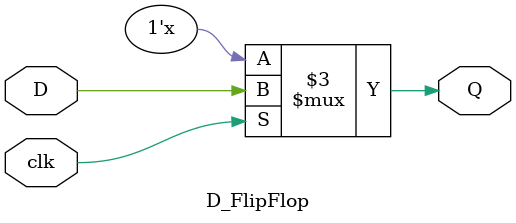
<source format=v>
module D_FlipFlop(D,clk,Q);
input D,clk;
output Q;
reg Q;
always @(D or clk)
if (clk)
	Q=D;
endmodule


</source>
